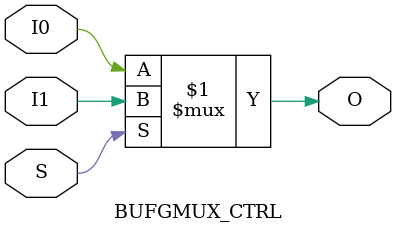
<source format=v>
 `ifdef verilator3
`else
`timescale 1 ps / 1 ps
`endif
module BUFGMUX_CTRL
(
    input  I0,
    input  I1,
    input  S,
    output O /* verilator clocker */
);
    assign O = S ? I1 : I0;

endmodule

</source>
